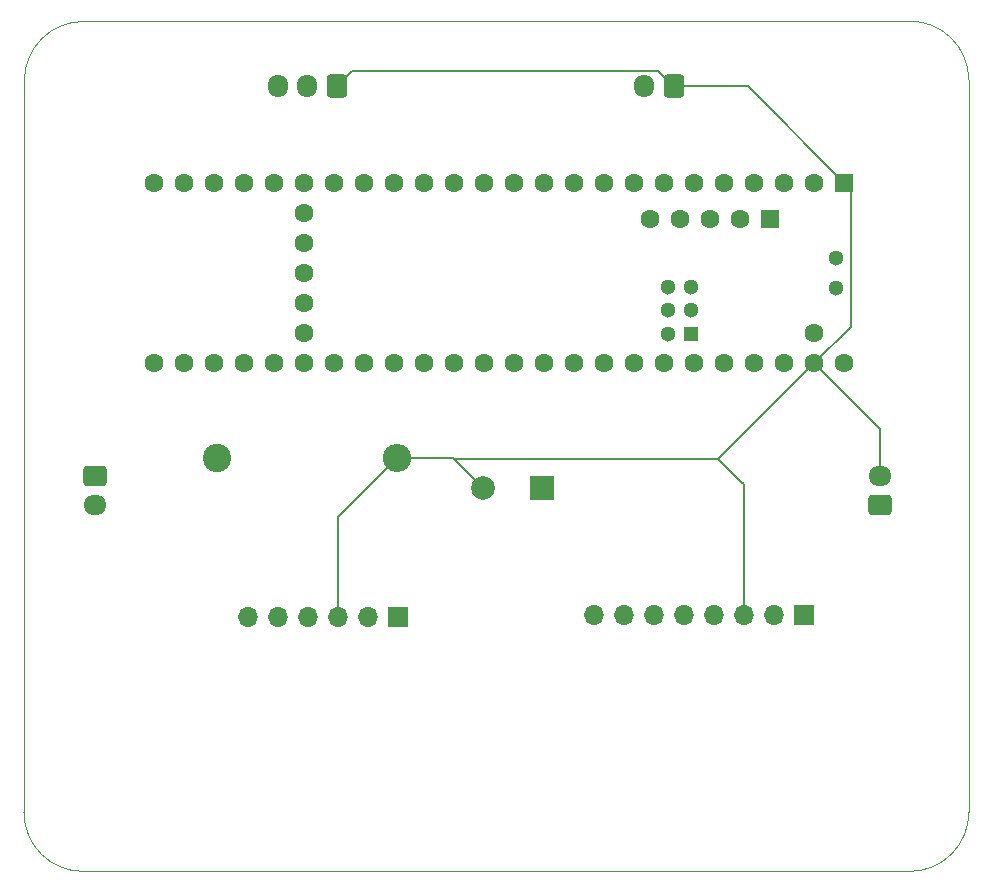
<source format=gbr>
%TF.GenerationSoftware,KiCad,Pcbnew,8.0.5*%
%TF.CreationDate,2025-01-31T12:13:52-06:00*%
%TF.ProjectId,DRAG_SUBSCALE_WIRING,44524147-5f53-4554-9253-43414c455f57,rev?*%
%TF.SameCoordinates,Original*%
%TF.FileFunction,Copper,L2,Bot*%
%TF.FilePolarity,Positive*%
%FSLAX46Y46*%
G04 Gerber Fmt 4.6, Leading zero omitted, Abs format (unit mm)*
G04 Created by KiCad (PCBNEW 8.0.5) date 2025-01-31 12:13:52*
%MOMM*%
%LPD*%
G01*
G04 APERTURE LIST*
G04 Aperture macros list*
%AMRoundRect*
0 Rectangle with rounded corners*
0 $1 Rounding radius*
0 $2 $3 $4 $5 $6 $7 $8 $9 X,Y pos of 4 corners*
0 Add a 4 corners polygon primitive as box body*
4,1,4,$2,$3,$4,$5,$6,$7,$8,$9,$2,$3,0*
0 Add four circle primitives for the rounded corners*
1,1,$1+$1,$2,$3*
1,1,$1+$1,$4,$5*
1,1,$1+$1,$6,$7*
1,1,$1+$1,$8,$9*
0 Add four rect primitives between the rounded corners*
20,1,$1+$1,$2,$3,$4,$5,0*
20,1,$1+$1,$4,$5,$6,$7,0*
20,1,$1+$1,$6,$7,$8,$9,0*
20,1,$1+$1,$8,$9,$2,$3,0*%
G04 Aperture macros list end*
%TA.AperFunction,ComponentPad*%
%ADD10R,1.600000X1.600000*%
%TD*%
%TA.AperFunction,ComponentPad*%
%ADD11C,1.600000*%
%TD*%
%TA.AperFunction,ComponentPad*%
%ADD12R,1.300000X1.300000*%
%TD*%
%TA.AperFunction,ComponentPad*%
%ADD13C,1.300000*%
%TD*%
%TA.AperFunction,ComponentPad*%
%ADD14R,1.700000X1.700000*%
%TD*%
%TA.AperFunction,ComponentPad*%
%ADD15O,1.700000X1.700000*%
%TD*%
%TA.AperFunction,ComponentPad*%
%ADD16RoundRect,0.250000X0.600000X0.725000X-0.600000X0.725000X-0.600000X-0.725000X0.600000X-0.725000X0*%
%TD*%
%TA.AperFunction,ComponentPad*%
%ADD17O,1.700000X1.950000*%
%TD*%
%TA.AperFunction,ComponentPad*%
%ADD18C,2.400000*%
%TD*%
%TA.AperFunction,ComponentPad*%
%ADD19O,2.400000X2.400000*%
%TD*%
%TA.AperFunction,ComponentPad*%
%ADD20RoundRect,0.250000X0.725000X-0.600000X0.725000X0.600000X-0.725000X0.600000X-0.725000X-0.600000X0*%
%TD*%
%TA.AperFunction,ComponentPad*%
%ADD21O,1.950000X1.700000*%
%TD*%
%TA.AperFunction,ComponentPad*%
%ADD22R,2.000000X2.000000*%
%TD*%
%TA.AperFunction,ComponentPad*%
%ADD23C,2.000000*%
%TD*%
%TA.AperFunction,ComponentPad*%
%ADD24RoundRect,0.250000X-0.725000X0.600000X-0.725000X-0.600000X0.725000X-0.600000X0.725000X0.600000X0*%
%TD*%
%TA.AperFunction,Conductor*%
%ADD25C,0.200000*%
%TD*%
%TA.AperFunction,Profile*%
%ADD26C,0.050000*%
%TD*%
G04 APERTURE END LIST*
D10*
%TO.P,U1,1,GND*%
%TO.N,GND*%
X206470000Y-77198400D03*
D11*
%TO.P,U1,2,0_RX1_CRX2_CS1*%
%TO.N,unconnected-(U1-0_RX1_CRX2_CS1-Pad2)*%
X203930000Y-77198400D03*
%TO.P,U1,3,1_TX1_CTX2_MISO1*%
%TO.N,unconnected-(U1-1_TX1_CTX2_MISO1-Pad3)*%
X201390000Y-77198400D03*
%TO.P,U1,4,2_OUT2*%
%TO.N,unconnected-(U1-2_OUT2-Pad4)*%
X198850000Y-77198400D03*
%TO.P,U1,5,3_LRCLK2*%
%TO.N,Net-(BZ1-+)*%
X196310000Y-77198400D03*
%TO.P,U1,6,4_BCLK2*%
%TO.N,unconnected-(U1-4_BCLK2-Pad6)*%
X193770000Y-77198400D03*
%TO.P,U1,7,5_IN2*%
%TO.N,SERVO_PMW*%
X191230000Y-77198400D03*
%TO.P,U1,8,6_OUT1D*%
%TO.N,unconnected-(U1-6_OUT1D-Pad8)*%
X188690000Y-77198400D03*
%TO.P,U1,9,7_RX2_OUT1A*%
%TO.N,unconnected-(U1-7_RX2_OUT1A-Pad9)*%
X186150000Y-77198400D03*
%TO.P,U1,10,8_TX2_IN1*%
%TO.N,unconnected-(U1-8_TX2_IN1-Pad10)*%
X183610000Y-77198400D03*
%TO.P,U1,11,9_OUT1C*%
%TO.N,unconnected-(U1-9_OUT1C-Pad11)*%
X181070000Y-77198400D03*
%TO.P,U1,12,10_CS_MQSR*%
%TO.N,unconnected-(U1-10_CS_MQSR-Pad12)*%
X178530000Y-77198400D03*
%TO.P,U1,13,11_MOSI_CTX1*%
%TO.N,unconnected-(U1-11_MOSI_CTX1-Pad13)*%
X175990000Y-77198400D03*
%TO.P,U1,14,12_MISO_MQSL*%
%TO.N,unconnected-(U1-12_MISO_MQSL-Pad14)*%
X173450000Y-77198400D03*
%TO.P,U1,15,3V3*%
%TO.N,unconnected-(U1-3V3-Pad15)*%
X170910000Y-77198400D03*
%TO.P,U1,16,24_A10_TX6_SCL2*%
%TO.N,unconnected-(U1-24_A10_TX6_SCL2-Pad16)*%
X168370000Y-77198400D03*
%TO.P,U1,17,25_A11_RX6_SDA2*%
%TO.N,unconnected-(U1-25_A11_RX6_SDA2-Pad17)*%
X165830000Y-77198400D03*
%TO.P,U1,18,26_A12_MOSI1*%
%TO.N,unconnected-(U1-26_A12_MOSI1-Pad18)*%
X163290000Y-77198400D03*
%TO.P,U1,19,27_A13_SCK1*%
%TO.N,unconnected-(U1-27_A13_SCK1-Pad19)*%
X160750000Y-77198400D03*
%TO.P,U1,20,28_RX7*%
%TO.N,unconnected-(U1-28_RX7-Pad20)*%
X158210000Y-77198400D03*
%TO.P,U1,21,29_TX7*%
%TO.N,unconnected-(U1-29_TX7-Pad21)*%
X155670000Y-77198400D03*
%TO.P,U1,22,30_CRX3*%
%TO.N,unconnected-(U1-30_CRX3-Pad22)*%
X153130000Y-77198400D03*
%TO.P,U1,23,31_CTX3*%
%TO.N,unconnected-(U1-31_CTX3-Pad23)*%
X150590000Y-77198400D03*
%TO.P,U1,24,32_OUT1B*%
%TO.N,unconnected-(U1-32_OUT1B-Pad24)*%
X148050000Y-77198400D03*
%TO.P,U1,25,33_MCLK2*%
%TO.N,unconnected-(U1-33_MCLK2-Pad25)*%
X148050000Y-92438400D03*
%TO.P,U1,26,34_RX8*%
%TO.N,Net-(J3-Pin_2)*%
X150590000Y-92438400D03*
%TO.P,U1,27,35_TX8*%
%TO.N,unconnected-(U1-35_TX8-Pad27)*%
X153130000Y-92438400D03*
%TO.P,U1,28,36_CS*%
%TO.N,unconnected-(U1-36_CS-Pad28)*%
X155670000Y-92438400D03*
%TO.P,U1,29,37_CS*%
%TO.N,unconnected-(U1-37_CS-Pad29)*%
X158210000Y-92438400D03*
%TO.P,U1,30,38_CS1_IN1*%
%TO.N,unconnected-(U1-38_CS1_IN1-Pad30)*%
X160750000Y-92438400D03*
%TO.P,U1,31,39_MISO1_OUT1A*%
%TO.N,unconnected-(U1-39_MISO1_OUT1A-Pad31)*%
X163290000Y-92438400D03*
%TO.P,U1,32,40_A16*%
%TO.N,unconnected-(U1-40_A16-Pad32)*%
X165830000Y-92438400D03*
%TO.P,U1,33,41_A17*%
%TO.N,unconnected-(U1-41_A17-Pad33)*%
X168370000Y-92438400D03*
%TO.P,U1,34,GND*%
%TO.N,unconnected-(U1-GND-Pad34)*%
X170910000Y-92438400D03*
%TO.P,U1,35,13_SCK_LED*%
%TO.N,unconnected-(U1-13_SCK_LED-Pad35)*%
X173450000Y-92438400D03*
%TO.P,U1,36,14_A0_TX3_SPDIF_OUT*%
%TO.N,unconnected-(U1-14_A0_TX3_SPDIF_OUT-Pad36)*%
X175990000Y-92438400D03*
%TO.P,U1,37,15_A1_RX3_SPDIF_IN*%
%TO.N,unconnected-(U1-15_A1_RX3_SPDIF_IN-Pad37)*%
X178530000Y-92438400D03*
%TO.P,U1,38,16_A2_RX4_SCL1*%
%TO.N,unconnected-(U1-16_A2_RX4_SCL1-Pad38)*%
X181070000Y-92438400D03*
%TO.P,U1,39,17_A3_TX4_SDA1*%
%TO.N,unconnected-(U1-17_A3_TX4_SDA1-Pad39)*%
X183610000Y-92438400D03*
%TO.P,U1,40,18_A4_SDA*%
%TO.N,SDA*%
X186150000Y-92438400D03*
%TO.P,U1,41,19_A5_SCL*%
%TO.N,SCL*%
X188690000Y-92438400D03*
%TO.P,U1,42,20_A6_TX5_LRCLK1*%
%TO.N,unconnected-(U1-20_A6_TX5_LRCLK1-Pad42)*%
X191230000Y-92438400D03*
%TO.P,U1,43,21_A7_RX5_BCLK1*%
%TO.N,unconnected-(U1-21_A7_RX5_BCLK1-Pad43)*%
X193770000Y-92438400D03*
%TO.P,U1,44,22_A8_CTX1*%
%TO.N,unconnected-(U1-22_A8_CTX1-Pad44)*%
X196310000Y-92438400D03*
%TO.P,U1,45,23_A9_CRX1_MCLK1*%
%TO.N,unconnected-(U1-23_A9_CRX1_MCLK1-Pad45)*%
X198850000Y-92438400D03*
%TO.P,U1,46,3V3*%
%TO.N,3v3*%
X201390000Y-92438400D03*
%TO.P,U1,47,GND*%
%TO.N,GND*%
X203930000Y-92438400D03*
%TO.P,U1,48,VIN*%
%TO.N,Net-(J1-Pin_1)*%
X206470000Y-92438400D03*
%TO.P,U1,49,VUSB*%
%TO.N,unconnected-(U1-VUSB-Pad49)*%
X203930000Y-89898400D03*
%TO.P,U1,50,VBAT*%
%TO.N,unconnected-(U1-VBAT-Pad50)*%
X160750000Y-79738400D03*
%TO.P,U1,51,3V3*%
%TO.N,unconnected-(U1-3V3-Pad51)*%
X160750000Y-82278400D03*
%TO.P,U1,52,GND*%
%TO.N,unconnected-(U1-GND-Pad52)*%
X160750000Y-84818400D03*
%TO.P,U1,53,PROGRAM*%
%TO.N,unconnected-(U1-PROGRAM-Pad53)*%
X160750000Y-87358400D03*
%TO.P,U1,54,ON_OFF*%
%TO.N,unconnected-(U1-ON_OFF-Pad54)*%
X160750000Y-89898400D03*
D10*
%TO.P,U1,55,5V*%
%TO.N,unconnected-(U1-5V-Pad55)*%
X200170800Y-80249200D03*
D11*
%TO.P,U1,56,D-*%
%TO.N,unconnected-(U1-D--Pad56)*%
X197630800Y-80249200D03*
%TO.P,U1,57,D+*%
%TO.N,unconnected-(U1-D+-Pad57)*%
X195090800Y-80249200D03*
%TO.P,U1,58,GND*%
%TO.N,unconnected-(U1-GND-Pad58)*%
X192550800Y-80249200D03*
%TO.P,U1,59,GND*%
%TO.N,unconnected-(U1-GND-Pad59)*%
X190010800Y-80249200D03*
D12*
%TO.P,U1,60,R+*%
%TO.N,unconnected-(U1-R+-Pad60)*%
X193500000Y-90000000D03*
D13*
%TO.P,U1,61,LED*%
%TO.N,unconnected-(U1-LED-Pad61)*%
X193500000Y-88000000D03*
%TO.P,U1,62,T-*%
%TO.N,unconnected-(U1-T--Pad62)*%
X193500000Y-86000000D03*
%TO.P,U1,63,T+*%
%TO.N,unconnected-(U1-T+-Pad63)*%
X191500000Y-86000000D03*
%TO.P,U1,64,GND*%
%TO.N,unconnected-(U1-GND-Pad64)*%
X191500000Y-88000000D03*
%TO.P,U1,65,R-*%
%TO.N,unconnected-(U1-R--Pad65)*%
X191500000Y-90000000D03*
%TO.P,U1,66,D-*%
%TO.N,unconnected-(U1-D--Pad66)*%
X205740000Y-86088400D03*
%TO.P,U1,67,D+*%
%TO.N,unconnected-(U1-D+-Pad67)*%
X205740000Y-83548400D03*
%TD*%
D14*
%TO.P,BNO_055,1,Vin*%
%TO.N,3v3*%
X168700000Y-114000000D03*
D15*
%TO.P,BNO_055,2,3V*%
%TO.N,unconnected-(BNO_055-3V-Pad2)*%
X166160000Y-114000000D03*
%TO.P,BNO_055,3,GND*%
%TO.N,GND*%
X163620000Y-114000000D03*
%TO.P,BNO_055,4,SCL*%
%TO.N,SCL*%
X161080000Y-114000000D03*
%TO.P,BNO_055,5,SDA*%
%TO.N,SDA*%
X158540000Y-114000000D03*
%TO.P,BNO_055,6,RST*%
%TO.N,unconnected-(BNO_055-RST-Pad6)*%
X156000000Y-114000000D03*
%TD*%
D16*
%TO.P,J2,1,Pin_1*%
%TO.N,GND*%
X192000000Y-69000000D03*
D17*
%TO.P,J2,2,Pin_2*%
%TO.N,SERVO_POWER*%
X189500000Y-69000000D03*
%TD*%
D18*
%TO.P,R1,1*%
%TO.N,Net-(J3-Pin_2)*%
X153380000Y-100500000D03*
D19*
%TO.P,R1,2*%
%TO.N,GND*%
X168620000Y-100500000D03*
%TD*%
D14*
%TO.P,BMP_390,1,Vin*%
%TO.N,3v3*%
X203050000Y-113800000D03*
D15*
%TO.P,BMP_390,2,3V*%
%TO.N,unconnected-(BMP_390-3V-Pad2)*%
X200510000Y-113800000D03*
%TO.P,BMP_390,3,GND*%
%TO.N,GND*%
X197970000Y-113800000D03*
%TO.P,BMP_390,4,SCL*%
%TO.N,SCL*%
X195430000Y-113800000D03*
%TO.P,BMP_390,5,SDO*%
%TO.N,unconnected-(BMP_390-SDO-Pad5)*%
X192890000Y-113800000D03*
%TO.P,BMP_390,6,SDA*%
%TO.N,SDA*%
X190350000Y-113800000D03*
%TO.P,BMP_390,7,CS*%
%TO.N,unconnected-(BMP_390-CS-Pad7)*%
X187810000Y-113800000D03*
%TO.P,BMP_390,8,INT*%
%TO.N,unconnected-(BMP_390-INT-Pad8)*%
X185270000Y-113800000D03*
%TD*%
D16*
%TO.P,J4,1,Pin_1*%
%TO.N,GND*%
X163500000Y-69000000D03*
D17*
%TO.P,J4,2,Pin_2*%
%TO.N,SERVO_PMW*%
X161000000Y-69000000D03*
%TO.P,J4,3,Pin_3*%
%TO.N,SERVO_POWER*%
X158500000Y-69000000D03*
%TD*%
D20*
%TO.P,J1,1,Pin_1*%
%TO.N,Net-(J1-Pin_1)*%
X209500000Y-104500000D03*
D21*
%TO.P,J1,2,Pin_2*%
%TO.N,GND*%
X209500000Y-102000000D03*
%TD*%
D22*
%TO.P,BZ1,1,+*%
%TO.N,Net-(BZ1-+)*%
X180870785Y-103000000D03*
D23*
%TO.P,BZ1,2,-*%
%TO.N,GND*%
X175870785Y-103000000D03*
%TD*%
D24*
%TO.P,J3,1,Pin_1*%
%TO.N,3v3*%
X143000000Y-102000000D03*
D21*
%TO.P,J3,2,Pin_2*%
%TO.N,Net-(J3-Pin_2)*%
X143000000Y-104500000D03*
%TD*%
D25*
%TO.N,GND*%
X209500000Y-98008400D02*
X203930000Y-92438400D01*
X197739184Y-102500000D02*
X195803792Y-100564608D01*
X197970000Y-102730816D02*
X197739184Y-102500000D01*
X163620000Y-105500000D02*
X168620000Y-100500000D01*
X173435392Y-100564608D02*
X175870785Y-103000000D01*
X173435392Y-100564608D02*
X183144608Y-100564608D01*
X168620000Y-100500000D02*
X173370785Y-100500000D01*
X203930000Y-92438400D02*
X207000000Y-89368400D01*
X195803792Y-100564608D02*
X203930000Y-92438400D01*
X207000000Y-77728400D02*
X206470000Y-77198400D01*
X209500000Y-102000000D02*
X209500000Y-98008400D01*
X173370785Y-100500000D02*
X173435392Y-100564608D01*
X190725000Y-67725000D02*
X164775000Y-67725000D01*
X192000000Y-69000000D02*
X190725000Y-67725000D01*
X163620000Y-114000000D02*
X163620000Y-105500000D01*
X183144608Y-100564608D02*
X195803792Y-100564608D01*
X198271600Y-69000000D02*
X192000000Y-69000000D01*
X197970000Y-113800000D02*
X197970000Y-102730816D01*
X207000000Y-89368400D02*
X207000000Y-77728400D01*
X206470000Y-77198400D02*
X198271600Y-69000000D01*
X164775000Y-67725000D02*
X163500000Y-69000000D01*
%TD*%
D26*
X137000000Y-130500000D02*
X137035534Y-68535534D01*
X217000000Y-130500000D02*
G75*
G02*
X212000000Y-135500000I-5000000J0D01*
G01*
X212000000Y-135500000D02*
X142000000Y-135500000D01*
X142000000Y-135500000D02*
G75*
G02*
X137000000Y-130500000I0J5000000D01*
G01*
X142035534Y-63535534D02*
X212000000Y-63500000D01*
X217000000Y-68500000D02*
X217000000Y-130500000D01*
X137035534Y-68535534D02*
G75*
G02*
X142035534Y-63535534I4999966J34D01*
G01*
X212000000Y-63500000D02*
G75*
G02*
X217000000Y-68500000I0J-5000000D01*
G01*
M02*

</source>
